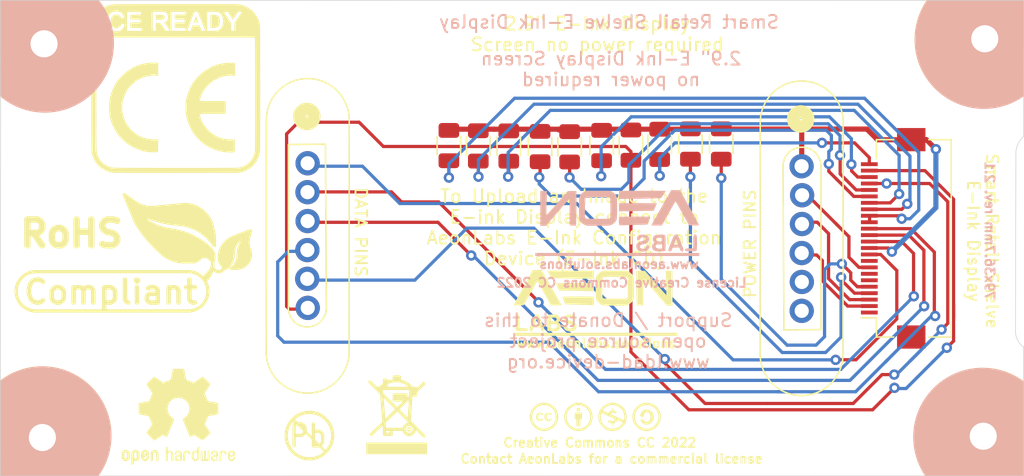
<source format=kicad_pcb>
(kicad_pcb (version 20211014) (generator pcbnew)
  (layers (0 "F.Cu" signal) (31 "B.Cu" signal) (34 "B.Paste" user) (35 "F.Paste" user) (36 "B.SilkS" user "B.Silkscreen") (37 "F.SilkS" user "F.Silkscreen") (38 "B.Mask" user) (39 "F.Mask" user) (44 "Edge.Cuts" user))
  (net 0 "")
  (net 1 "/PREVGH")
  (net 2 "/PREVGL")
  (net 3 "/VCOM")
  (net 4 "/GDR")
  (net 5 "/RESE")
  (net 6 "/SDI")
  (net 7 "/SCLK")
  (net 8 "/CS")
  (net 9 "/RES")
  (net 13 "Net-(FPC4-Pad1)")
  (net 14 "Net-(FPC5-Pad1)")
  (net 15 "Net-(FPC16-Pad1)")
  (net 16 "Net-(FPC17-Pad1)")
  (net 17 "Net-(FPC18-Pad1)")
  (net 18 "Net-(FPC19-Pad1)")
  (net 19 "Net-(FPC20-Pad1)")
  (net 20 "Net-(FPC22-Pad1)")
  (net 21 "/GND")
  (net 22 "/3V3")
  (footprint "AeonLabs Logo:aeonlabs pcb logo" (layer "F.Cu") (at 138.36 102.6)
    (fp_text reference "G***" hide)
    (fp_text value "LOGO" hide)
  )
  (footprint "MountingHole:MountingHole_2.1mm" (layer "F.Cu") (at 95.619865 82.53)
    (fp_text reference "H3" hide)
    (fp_text value "MountingHole" hide)
    (pad "" np_thru_hole circle locked (at 0 0) (size 2.1 2.1) (drill 2.1) (layers *.Cu *.Mask))
  )
  (footprint "AeonLabs:aeon creative commons logos" (layer "F.Cu") (at 138.3398 111.398532)
    (fp_text reference "G***" hide)
    (fp_text value "LOGO" hide)
  )
  (footprint "OLIMEX_LOGOs-FP:LOGO_PBFREE" (layer "F.Cu") (at 115.9868 112.58504 180)
    (fp_text reference "Sign-PbFree" hide)
    (fp_text value "")
    (fp_text user "Pb" (at -0.08636 -0.33528) (layer "F.SilkS") (effects (font (size 1.7 1.5) (thickness 0.254))))
  )
  (footprint "AeonLabs:pogo 6pin magnetic 1.1mm pin hole" (layer "F.Cu") (at 116.06 97.42 90)
    (fp_text reference "G***" hide)
    (fp_text value "LOGO" hide)
    (pad "1" thru_hole circle (at -5.58 0 180) (size 1.880956 1.880956) (drill 1.1) (layers *.Cu *.Mask))
    (pad "2" thru_hole circle (at -3.33 -0.04 180) (size 1.880956 1.880956) (drill 1.1) (layers *.Cu *.Mask))
    (pad "3" thru_hole circle (at -1.1 -0.03 180) (size 1.880956 1.880956) (drill 1.1) (layers *.Cu *.Mask))
    (pad "4" thru_hole circle (at 1.15 -0.01 180) (size 1.880956 1.880956) (drill 1.1) (layers *.Cu *.Mask))
    (pad "5" thru_hole circle (at 3.39 -0.02 180) (size 1.880956 1.880956) (drill 1.1) (layers *.Cu *.Mask))
    (pad "6" thru_hole circle (at 5.63 -0.01 180) (size 1.880956 1.880956) (drill 1.1) (layers *.Cu *.Mask))
  )
  (footprint "Capacitor_SMD:C_1206_3216MetricTrue" (layer "F.Cu") (at 141.11 90.39 90)
    (fp_text reference "FPC23" hide)
    (fp_text value "0.1uF")
    (pad "1" smd roundrect (at -1.17 0 90) (size 1.15 1.6) (layers "F.Cu" "F.Paste" "F.Mask") (roundrect_rratio 0.2173913043) (net 2 "/PREVGL"))
    (pad "2" smd roundrect (at 1.18 0 90) (size 1.15 1.6) (layers "F.Cu" "F.Paste" "F.Mask") (roundrect_rratio 0.2173913043) (net 21 "/GND"))
  )
  (footprint "Capacitor_SMD:C_1206_3216MetricTrue" (layer "F.Cu") (at 143.34 90.33 90)
    (fp_text reference "FPC24" hide)
    (fp_text value "0.1uF")
    (pad "1" smd roundrect (at -1.17 0 90) (size 1.15 1.6) (layers "F.Cu" "F.Paste" "F.Mask") (roundrect_rratio 0.2173913043) (net 3 "/VCOM"))
    (pad "2" smd roundrect (at 1.18 0 90) (size 1.15 1.6) (layers "F.Cu" "F.Paste" "F.Mask") (roundrect_rratio 0.2173913043) (net 21 "/GND"))
  )
  (footprint "Capacitor_SMD:C_1206_3216MetricTrue" (layer "F.Cu") (at 131.6425 90.46 90)
    (fp_text reference "FPC18" hide)
    (fp_text value "0.1uF")
    (pad "1" smd roundrect (at -1.17 0 90) (size 1.15 1.6) (layers "F.Cu" "F.Paste" "F.Mask") (roundrect_rratio 0.2173913043) (net 17 "Net-(FPC18-Pad1)"))
    (pad "2" smd roundrect (at 1.18 0 90) (size 1.15 1.6) (layers "F.Cu" "F.Paste" "F.Mask") (roundrect_rratio 0.2173913043) (net 21 "/GND"))
  )
  (footprint "Capacitor_SMD:C_1206_3216MetricTrue" (layer "F.Cu") (at 134.07 90.5 90)
    (fp_text reference "FPC19" hide)
    (fp_text value "0.1uF")
    (pad "1" smd roundrect (at -1.17 0 90) (size 1.15 1.6) (layers "F.Cu" "F.Paste" "F.Mask") (roundrect_rratio 0.2173913043) (net 18 "Net-(FPC19-Pad1)"))
    (pad "2" smd roundrect (at 1.18 0 90) (size 1.15 1.6) (layers "F.Cu" "F.Paste" "F.Mask") (roundrect_rratio 0.2173913043) (net 21 "/GND"))
  )
  (footprint "Capacitor_SMD:C_1206_3216MetricTrue" (layer "F.Cu") (at 129.28 90.45 90)
    (fp_text reference "FPC17" hide)
    (fp_text value "0.1uF")
    (pad "1" smd roundrect (at -1.17 0 90) (size 1.15 1.6) (layers "F.Cu" "F.Paste" "F.Mask") (roundrect_rratio 0.2173913043) (net 16 "Net-(FPC17-Pad1)"))
    (pad "2" smd roundrect (at 1.18 0 90) (size 1.15 1.6) (layers "F.Cu" "F.Paste" "F.Mask") (roundrect_rratio 0.2173913043) (net 21 "/GND"))
  )
  (footprint "Capacitor_SMD:C_1206_3216MetricTrue" (layer "F.Cu") (at 145.7225 90.305 90)
    (fp_text reference "FPC4" hide)
    (fp_text value "0.1uF")
    (pad "1" smd roundrect (at -1.17 0 90) (size 1.15 1.6) (layers "F.Cu" "F.Paste" "F.Mask") (roundrect_rratio 0.2173913043) (net 13 "Net-(FPC4-Pad1)"))
    (pad "2" smd roundrect (at 1.18 0 90) (size 1.15 1.6) (layers "F.Cu" "F.Paste" "F.Mask") (roundrect_rratio 0.2173913043) (net 21 "/GND"))
  )
  (footprint "AeonLabs:pogo 6pin magnetic 1.1mm pin hole" (layer "F.Cu") (at 154.34 97.6 -90)
    (fp_text reference "G***" hide)
    (fp_text value "LOGO" hide)
    (pad "1" thru_hole circle (at -5.58 0) (size 1.880956 1.880956) (drill 1.1) (layers *.Cu *.Mask))
    (pad "2" thru_hole circle (at -3.33 -0.04) (size 1.880956 1.880956) (drill 1.1) (layers *.Cu *.Mask))
    (pad "3" thru_hole circle (at -1.1 -0.03) (size 1.880956 1.880956) (drill 1.1) (layers *.Cu *.Mask))
    (pad "4" thru_hole circle (at 1.15 -0.01) (size 1.880956 1.880956) (drill 1.1) (layers *.Cu *.Mask))
    (pad "5" thru_hole circle (at 3.39 -0.02) (size 1.880956 1.880956) (drill 1.1) (layers *.Cu *.Mask))
    (pad "6" thru_hole circle (at 5.63 -0.01) (size 1.880956 1.880956) (drill 1.1) (layers *.Cu *.Mask))
  )
  (footprint "MountingHole:MountingHole_2.1mm" (layer "F.Cu") (at 168.54 82.14)
    (fp_text reference "H2" hide)
    (fp_text value "MountingHole" hide)
    (pad "" np_thru_hole circle locked (at 0 0) (size 2.1 2.1) (drill 2.1) (layers *.Cu *.Mask))
  )
  (footprint "Symbol:OSHW-Logo2_9.8x8mm_SilkScreen" (layer "F.Cu") (at 106.04 111.44)
    (fp_text reference "REF**" hide)
    (fp_text value "OSHW-Logo2_9.8x8mm_SilkScreen" hide)
  )
  (footprint "MountingHole:MountingHole_2.1mm" (layer "F.Cu") (at 168.42 112.95)
    (fp_text reference "H4" hide)
    (fp_text value "MountingHole" hide)
    (pad "" np_thru_hole circle locked (at 0 0) (size 2.1 2.1) (drill 2.1) (layers *.Cu *.Mask))
  )
  (footprint "Capacitor_SMD:C_1206_3216MetricTrue" (layer "F.Cu") (at 138.84 90.42 90)
    (fp_text reference "FPC22" hide)
    (fp_text value "0.1uF")
    (pad "1" smd roundrect (at -1.17 0 90) (size 1.15 1.6) (layers "F.Cu" "F.Paste" "F.Mask") (roundrect_rratio 0.2173913043) (net 20 "Net-(FPC22-Pad1)"))
    (pad "2" smd roundrect (at 1.18 0 90) (size 1.15 1.6) (layers "F.Cu" "F.Paste" "F.Mask") (roundrect_rratio 0.2173913043) (net 21 "/GND"))
  )
  (footprint "AeonLabs Logosy:CE Ready Certification" (layer "F.Cu") (at 105.82 85.99)
    (fp_text reference "G***" hide)
    (fp_text value "LOGO" hide)
  )
  (footprint "Capacitor_SMD:C_1206_3216MetricTrue" (layer "F.Cu") (at 136.36 90.52 90)
    (fp_text reference "FPC20" hide)
    (fp_text value "0.1uF")
    (pad "1" smd roundrect (at -1.17 0 90) (size 1.15 1.6) (layers "F.Cu" "F.Paste" "F.Mask") (roundrect_rratio 0.2173913043) (net 19 "Net-(FPC20-Pad1)"))
    (pad "2" smd roundrect (at 1.18 0 90) (size 1.15 1.6) (layers "F.Cu" "F.Paste" "F.Mask") (roundrect_rratio 0.2173913043) (net 21 "/GND"))
  )
  (footprint "Capacitor_SMD:C_1206_3216MetricTrue" (layer "F.Cu") (at 148.1125 90.305 90)
    (fp_text reference "FPC5" hide)
    (fp_text value "0.1uF")
    (pad "1" smd roundrect (at -1.17 0 90) (size 1.15 1.6) (layers "F.Cu" "F.Paste" "F.Mask") (roundrect_rratio 0.2173913043) (net 14 "Net-(FPC5-Pad1)"))
    (pad "2" smd roundrect (at 1.18 0 90) (size 1.15 1.6) (layers "F.Cu" "F.Paste" "F.Mask") (roundrect_rratio 0.2173913043) (net 21 "/GND"))
  )
  (footprint "OLIMEX_LOGOs-FP:LOGO_RECYCLEBIN_1" (layer "F.Cu") (at 120.6175 114.323)
    (fp_text reference "Sign-RecycleBin" hide)
    (fp_text value "" hide)
  )
  (footprint "OLIMEX_LOGOs-FP:LOGO_ROHS_1" (layer "F.Cu") (at 94.4755 102.6035)
    (fp_text reference "Sign-RoHS" hide)
    (fp_text value "" hide)
    (fp_text user "RoHS" (at 3.2845 -5.3535) (layer "F.SilkS") (effects (font (size 2 2) (thickness 0.5))))
    (fp_text user "Compliant" (at 6.3145 -0.8235) (layer "F.SilkS") (effects (font (size 1.778 1.778) (thickness 0.35))))
  )
  (footprint "Connector_FFC-FPC:Hirose_FH12-24S-0.5SH_1x24-1MP_P0.50mm_Horizontal" (layer "F.Cu") (at 161.44 97.61 90)
    (fp_text reference "J2" hide)
    (fp_text value "Conn_01x24_Female" hide)
    (pad "1" smd rect (at -5.75 -1.85 90) (size 0.3 1.3) (layers "F.Cu" "F.Paste" "F.Mask"))
    (pad "2" smd rect (at -5.25 -1.85 90) (size 0.3 1.3) (layers "F.Cu" "F.Paste" "F.Mask") (net 4 "/GDR"))
    (pad "3" smd rect (at -4.75 -1.85 90) (size 0.3 1.3) (layers "F.Cu" "F.Paste" "F.Mask") (net 5 "/RESE"))
    (pad "4" smd rect (at -4.25 -1.85 90) (size 0.3 1.3) (layers "F.Cu" "F.Paste" "F.Mask") (net 13 "Net-(FPC4-Pad1)"))
    (pad "5" smd rect (at -3.75 -1.85 90) (size 0.3 1.3) (layers "F.Cu" "F.Paste" "F.Mask") (net 14 "Net-(FPC5-Pad1)"))
    (pad "6" smd rect (at -3.25 -1.85 90) (size 0.3 1.3) (layers "F.Cu" "F.Paste" "F.Mask"))
    (pad "7" smd rect (at -2.75 -1.85 90) (size 0.3 1.3) (layers "F.Cu" "F.Paste" "F.Mask"))
    (pad "8" smd rect (at -2.25 -1.85 90) (size 0.3 1.3) (layers "F.Cu" "F.Paste" "F.Mask") (net 22 "/3V3"))
    (pad "9" smd rect (at -1.75 -1.85 90) (size 0.3 1.3) (layers "F.Cu" "F.Paste" "F.Mask"))
    (pad "10" smd rect (at -1.25 -1.85 90) (size 0.3 1.3) (layers "F.Cu" "F.Paste" "F.Mask") (net 9 "/RES"))
    (pad "11" smd rect (at -0.75 -1.85 90) (size 0.3 1.3) (layers "F.Cu" "F.Paste" "F.Mask") (net 21 "/GND"))
    (pad "12" smd rect (at -0.25 -1.85 90) (size 0.3 1.3) (layers "F.Cu" "F.Paste" "F.Mask") (net 8 "/CS"))
    (pad "13" smd rect (at 0.25 -1.85 90) (size 0.3 1.3) (layers "F.Cu" "F.Paste" "F.Mask") (net 7 "/SCLK"))
    (pad "14" smd rect (at 0.75 -1.85 90) (size 0.3 1.3) (layers "F.Cu" "F.Paste" "F.Mask") (net 6 "/SDI"))
    (pad "15" smd rect (at 1.25 -1.85 90) (size 0.3 1.3) (layers "F.Cu" "F.Paste" "F.Mask") (net 15 "Net-(FPC16-Pad1)"))
    (pad "16" smd rect (at 1.75 -1.85 90) (size 0.3 1.3) (layers "F.Cu" "F.Paste" "F.Mask") (net 15 "Net-(FPC16-Pad1)"))
    (pad "17" smd rect (at 2.25 -1.85 90) (size 0.3 1.3) (layers "F.Cu" "F.Paste" "F.Mask") (net 16 "Net-(FPC17-Pad1)"))
    (pad "18" smd rect (at 2.75 -1.85 90) (size 0.3 1.3) (layers "F.Cu" "F.Paste" "F.Mask") (net 17 "Net-(FPC18-Pad1)"))
    (pad "19" smd rect (at 3.25 -1.85 90) (size 0.3 1.3) (layers "F.Cu" "F.Paste" "F.Mask") (net 18 "Net-(FPC19-Pad1)"))
    (pad "20" smd rect (at 3.75 -1.85 90) (size 0.3 1.3) (layers "F.Cu" "F.Paste" "F.Mask") (net 19 "Net-(FPC20-Pad1)"))
    (pad "21" smd rect (at 4.25 -1.85 90) (size 0.3 1.3) (layers "F.Cu" "F.Paste" "F.Mask") (net 1 "/PREVGH"))
    (pad "22" smd rect (at 4.75 -1.85 90) (size 0.3 1.3) (layers "F.Cu" "F.Paste" "F.Mask") (net 20 "Net-(FPC22-Pad1)"))
    (pad "23" smd rect (at 5.25 -1.85 90) (size 0.3 1.3) (layers "F.Cu" "F.Paste" "F.Mask") (net 2 "/PREVGL"))
    (pad "24" smd rect (at 5.75 -1.85 90) (size 0.3 1.3) (layers "F.Cu" "F.Paste" "F.Mask") (net 3 "/VCOM"))
    (pad "MP" smd rect (at -7.65 1.4 90) (size 1.8 2.2) (layers "F.Cu" "F.Paste" "F.Mask"))
    (pad "MP" smd rect (at 7.65 1.4 90) (size 1.8 2.2) (layers "F.Cu" "F.Paste" "F.Mask"))
  )
  (footprint "MountingHole:MountingHole_2.1mm" (layer "F.Cu") (at 95.489865 113.05)
    (fp_text reference "H1" hide)
    (fp_text value "MountingHole" hide)
    (pad "" np_thru_hole circle locked (at 0 0) (size 2.1 2.1) (drill 2.1) (layers *.Cu *.Mask))
  )
  (footprint "Capacitor_SMD:C_1206_3216MetricTrue" (layer "F.Cu") (at 127 90.425 90)
    (fp_text reference "FPC16" hide)
    (fp_text value "0.1uF")
    (pad "1" smd roundrect (at -1.17 0 90) (size 1.15 1.6) (layers "F.Cu" "F.Paste" "F.Mask") (roundrect_rratio 0.2173913043) (net 15 "Net-(FPC16-Pad1)"))
    (pad "2" smd roundrect (at 1.18 0 90) (size 1.15 1.6) (layers "F.Cu" "F.Paste" "F.Mask") (roundrect_rratio 0.2173913043) (net 21 "/GND"))
  )
  (footprint "AeonLabs Logo:aeonlabs pcb logo" (layer "B.Cu") (at 140.06 96.41 180)
    (fp_text reference "G***" hide)
    (fp_text value "LOGO" hide)
  )
  (gr_circle (center 95.479865 112.9) (end 95.109865 112.89) (layer "B.SilkS") (width 5) (fill none))
  (gr_circle (center 95.669865 82.5) (end 95.299865 82.49) (layer "B.SilkS") (width 5) (fill none))
  (gr_circle (center 168.469865 82.21) (end 168.099865 82.2) (layer "B.SilkS") (width 5) (fill none))
  (gr_circle (center 168.36 113.01) (end 167.99 113) (layer "B.SilkS") (width 5) (fill none))
  (gr_circle (center 115.99 88.162814) (end 116.55 88.072814) (layer "F.SilkS") (width 1) (fill none))
  (gr_circle (center 95.650135 82.47) (end 96.020135 82.46) (layer "F.SilkS") (width 5) (fill none))
  (gr_circle (center 154.27 88.352814) (end 154.83 88.262814) (layer "F.SilkS") (width 1) (fill none))
  (gr_circle (center 168.46 82.189865) (end 168.83 82.179865) (layer "F.SilkS") (width 5) (fill none))
  (gr_circle (center 168.4 113.010135) (end 168.77 113.000135) (layer "F.SilkS") (width 5) (fill none))
  (gr_circle (center 95.48 112.889865) (end 95.85 112.879865) (layer "F.SilkS") (width 5) (fill none))
  (gr_line (start 92.26 79.16) (end 92.23 116.03) (layer "Edge.Cuts") (width 0.05))
  (gr_line (start 171.54 116.02) (end 171.54 106.035) (layer "Edge.Cuts") (width 0.05))
  (gr_line (start 171.57 79.17) (end 92.26 79.16) (layer "Edge.Cuts") (width 0.05))
  (gr_arc (start 171.54 106.035) (mid 171.078709 105.481949) (end 170.92 104.779478) (layer "Edge.Cuts") (width 0.05))
  (gr_line (start 170.92 104.779478) (end 170.95 90.955) (layer "Edge.Cuts") (width 0.05))
  (gr_line (start 171.54 89.715) (end 171.57 79.17) (layer "Edge.Cuts") (width 0.05))
  (gr_arc (start 170.95 90.955) (mid 171.124204 90.277524) (end 171.54 89.715) (layer "Edge.Cuts") (width 0.05))
  (gr_line (start 92.23 116.03) (end 171.54 116.02) (layer "Edge.Cuts") (width 0.05))
  (gr_text "www.aeonlabs.solutions" (at 140.19 99.61) (layer "B.SilkS") (effects (font (size 0.7 0.7)) (justify mirror)))
  (gr_text "License Creative Commons CC 2022" (at 140.39 101.05) (layer "B.SilkS") (effects (font (size 0.7 0.7)) (justify mirror)))
  (gr_text "Support / Donate to this\nopen source project\nwww.ldad-device.org" (at 139.35 105.57) (layer "B.SilkS") (effects (font (size 1 1)) (justify mirror)))
  (gr_text "2.9{dblquote} E-Ink Display Screen\nno power required" (at 139.57 84.49) (layer "B.SilkS") (effects (font (size 1 1)) (justify mirror)))
  (gr_text "79x36.7mm rev. 2.1" (at 168.91 102.48 -90) (layer "B.SilkS") (effects (font (size 0.7 0.7)) (justify left mirror)))
  (gr_text "Smart Retail Shelve E-Ink Display" (at 139.42 80.84) (layer "B.SilkS") (effects (font (size 1 1)) (justify mirror)))
  (gr_text "Creative Commons CC 2022" (at 138.7 113.45) (layer "F.SilkS") (effects (font (size 0.7 0.7))))
  (gr_text "www.aeonlabs.solutions" (at 132.15 105.75) (layer "F.SilkS") (effects (font (size 0.7 0.7)) (justify left)))
  (gr_text "POWER PINS" (at 150.34 98.03 90) (layer "F.SilkS") (effects (font (size 0.9 0.9))))
  (gr_text "2.9{dblquote} E-Ink Display\nScreen no power required" (at 138.5 81.78) (layer "F.SilkS") (effects (font (size 1 1))))
  (gr_text "Smart Retail Shelve\nE-Ink Display" (at 168.38 97.82 -90) (layer "F.SilkS") (effects (font (size 0.9 0.9))))
  (gr_text "To Upload an Image to the\nE-ink Display connect to\nAeonLabs E-Ink Configuration\nDevice (E-Ink CD)" (at 136.71 96.76) (layer "F.SilkS") (effects (font (size 1 1))))
  (gr_text "DATA PINS" (at 120.17 97.13 270) (layer "F.SilkS") (effects (font (size 0.9 0.9))))
  (gr_text "Contact AeonLabs for a commercial license" (at 139.61 114.7) (layer "F.SilkS") (effects (font (size 0.7 0.7))))
  (segment (start 165.67 94.77) (end 165.67 104.2) (width 0.25) (layer "F.Cu") (net 1))
  (segment (start 143.74 107.29) (end 143.74 106.97) (width 0.25) (layer "F.Cu") (net 1))
  (segment (start 146.86 110.41) (end 143.74 107.29) (width 0.25) (layer "F.Cu") (net 1))
  (segment (start 160.58 108.17) (end 161.52 108.17) (width 0.25) (layer "F.Cu") (net 1))
  (segment (start 151.64 110.41) (end 158.34 110.41) (width 0.25) (layer "F.Cu") (net 1))
  (segment (start 164.26 93.36) (end 165.67 94.77) (width 0.25) (layer "F.Cu") (net 1))
  (segment (start 159.49 93.36) (end 160.93 93.36) (width 0.25) (layer "F.Cu") (net 1))
  (segment (start 165.67 104.2) (end 165.19 104.68) (width 0.25) (layer "F.Cu") (net 1))
  (segment (start 151.64 110.41) (end 146.86 110.41) (width 0.25) (layer "F.Cu") (net 1))
  (segment (start 160.93 93.36) (end 164.26 93.36) (width 0.25) (layer "F.Cu") (net 1))
  (segment (start 158.34 110.41) (end 160.58 108.17) (width 0.25) (layer "F.Cu") (net 1))
  (via (at 161.52 108.17) (size 0.8) (drill 0.4) (layers "F.Cu" "B.Cu") (net 1))
  (via (at 165.19 104.68) (size 0.8) (drill 0.4) (layers "F.Cu" "B.Cu") (net 1))
  (via (at 143.74 106.97) (size 0.8) (drill 0.4) (layers "F.Cu" "B.Cu") (net 1))
  (via (at 160.93 93.36) (size 0.8) (drill 0.4) (layers "F.Cu" "B.Cu") (net 1))
  (segment (start 128.39 96.82) (end 124.362629 100.847371) (width 0.25) (layer "B.Cu") (net 1))
  (segment (start 124.362629 100.847371) (end 116.441402 100.847371) (width 0.25) (layer "B.Cu") (net 1))
  (segment (start 162.75 107.12) (end 163.575 106.295) (width 0.25) (layer "B.Cu") (net 1))
  (segment (start 133.59 96.82) (end 128.39 96.82) (width 0.25) (layer "B.Cu") (net 1))
  (segment (start 163.575 106.295) (end 165.19 104.68) (width 0.25) (layer "B.Cu") (net 1))
  (segment (start 143.74 106.97) (end 133.59 96.82) (width 0.25) (layer "B.Cu") (net 1))
  (segment (start 163.575 106.295) (end 161.7 108.17) (width 0.25) (layer "B.Cu") (net 1))
  (segment (start 161.7 108.17) (end 161.52 108.17) (width 0.25) (layer "B.Cu") (net 1))
  (segment (start 166.12 94.58) (end 163.9 92.36) (width 0.25) (layer "F.Cu") (net 2))
  (segment (start 166.12 102.79) (end 166.12 105.57) (width 0.25) (layer "F.Cu") (net 2))
  (segment (start 166.12 103.85) (end 166.12 102.79) (width 0.25) (layer "F.Cu") (net 2))
  (segment (start 141.11 91.56) (end 141.11 90.8875) (width 0.25) (layer "F.Cu") (net 2))
  (segment (start 114.627371 103.097371) (end 116.481402 103.097371) (width 0.25) (layer "F.Cu") (net 2))
  (segment (start 141.11 90.8875) (end 140.7125 90.49) (width 0.25) (layer "F.Cu") (net 2))
  (segment (start 114.42 102.89) (end 114.627371 103.097371) (width 0.25) (layer "F.Cu") (net 2))
  (segment (start 163.9 92.36) (end 159.59 92.36) (width 0.25) (layer "F.Cu") (net 2))
  (segment (start 166.12 105.57) (end 165.6 106.09) (width 0.25) (layer "F.Cu") (net 2))
  (segment (start 114.42 89.52) (end 114.42 102.89) (width 0.25) (layer "F.Cu") (net 2))
  (segment (start 141.11 106.41) (end 145.6 110.9) (width 0.25) (layer "F.Cu") (net 2))
  (segment (start 121.92 90.49) (end 120.04 88.61) (width 0.25) (layer "F.Cu") (net 2))
  (segment (start 159.84 110.9) (end 161.54 109.2) (width 0.25) (layer "F.Cu") (net 2))
  (segment (start 120.04 88.61) (end 115.33 88.61) (width 0.25) (layer "F.Cu") (net 2))
  (segment (start 141.11 91.56) (end 141.11 106.41) (width 0.25) (layer "F.Cu") (net 2))
  (segment (start 140.7125 90.49) (end 121.92 90.49) (width 0.25) (layer "F.Cu") (net 2))
  (segment (start 166.12 102.79) (end 166.12 94.58) (width 0.25) (layer "F.Cu") (net 2))
  (segment (start 145.6 110.9) (end 159.84 110.9) (width 0.25) (layer "F.Cu") (net 2))
  (segment (start 115.33 88.61) (end 114.42 89.52) (width 0.25) (layer "F.Cu") (net 2))
  (via (at 161.54 109.2) (size 0.8) (drill 0.4) (layers "F.Cu" "B.Cu") (net 2))
  (via (at 165.6 106.09) (size 0.8) (drill 0.4) (layers "F.Cu" "B.Cu") (net 2))
  (segment (start 165.6 106.09) (end 162.44 109.25) (width 0.25) (layer "B.Cu") (net 2))
  (segment (start 162.44 109.25) (end 161.56 109.25) (width 0.25) (layer "B.Cu") (net 2))
  (segment (start 159.59 91.86) (end 159.53 91.86) (width 0.25) (layer "F.Cu") (net 3))
  (segment (start 159.59 91.86) (end 159.59 91.35) (width 0.25) (layer "F.Cu") (net 3))
  (segment (start 158.45 90.21) (end 155.92 90.21) (width 0.25) (layer "F.Cu") (net 3))
  (segment (start 143.81 91.58) (end 143.81 91.8825) (width 0.25) (layer "F.Cu") (net 3))
  (segment (start 143.34 91.5) (end 143.34 92.7675) (width 0.25) (layer "F.Cu") (net 3))
  (segment (start 159.59 91.35) (end 158.45 90.21) (width 0.25) (layer "F.Cu") (net 3))
  (via (at 143.3425 92.76) (size 0.8) (drill 0.4) (layers "F.Cu" "B.Cu") (net 3))
  (via (at 155.92 90.21) (size 0.8) (drill 0.4) (layers "F.Cu" "B.Cu") (net 3))
  (segment (start 143.3425 91.3875) (end 143.3425 92.76) (width 0.25) (layer "B.Cu") (net 3))
  (segment (start 155.92 90.21) (end 144.52 90.21) (width 0.25) (layer "B.Cu") (net 3))
  (segment (start 144.52 90.21) (end 143.3425 91.3875) (width 0.25) (layer "B.Cu") (net 3))
  (segment (start 155.95 99.34) (end 155.95 100.9) (width 0.25) (layer "F.Cu") (net 4))
  (segment (start 155.51 98.9) (end 155.95 99.34) (width 0.25) (layer "F.Cu") (net 4))
  (segment (start 157.91 102.86) (end 159.49 102.86) (width 0.25) (layer "F.Cu") (net 4))
  (segment (start 154.35 98.9) (end 155.51 98.9) (width 0.25) (layer "F.Cu") (net 4))
  (segment (start 155.95 100.9) (end 157.91 102.86) (width 0.25) (layer "F.Cu") (net 4))
  (segment (start 155.55 96.36) (end 154.35 96.36) (width 0.25) (layer "F.Cu") (net 5))
  (segment (start 158.06 102.36) (end 159.59 102.36) (width 0.25) (layer "F.Cu") (net 5))
  (segment (start 158.06 102.36) (end 156.43 100.73) (width 0.25) (layer "F.Cu") (net 5))
  (segment (start 156.43 100.73) (end 156.43 97.24) (width 0.25) (layer "F.Cu") (net 5))
  (segment (start 156.43 97.24) (end 155.55 96.36) (width 0.25) (layer "F.Cu") (net 5))
  (segment (start 159.59 96.86) (end 162.81 96.86) (width 0.25) (layer "F.Cu") (net 6))
  (segment (start 164.63 103.57) (end 164.69 103.63) (width 0.25) (layer "F.Cu") (net 6))
  (segment (start 162.81 96.86) (end 164.63 98.68) (width 0.25) (layer "F.Cu") (net 6))
  (segment (start 164.63 98.68) (end 164.63 103.57) (width 0.25) (layer "F.Cu") (net 6))
  (via (at 164.69 103.63) (size 0.8) (drill 0.4) (layers "F.Cu" "B.Cu") (net 6))
  (segment (start 113.73 105.17) (end 114.22 105.66) (width 0.25) (layer "B.Cu") (net 6))
  (segment (start 113.73 99.44) (end 113.73 105.17) (width 0.25) (layer "B.Cu") (net 6))
  (segment (start 164.4 103.63) (end 164.69 103.63) (width 0.25) (layer "B.Cu") (net 6))
  (segment (start 114.22 105.66) (end 134.76 105.66) (width 0.25) (layer "B.Cu") (net 6))
  (segment (start 134.76 105.66) (end 138.6 109.5) (width 0.25) (layer "B.Cu") (net 6))
  (segment (start 158.53 109.5) (end 152.49 109.5) (width 0.25) (layer "B.Cu") (net 6))
  (segment (start 160.85 107.18) (end 164.4 103.63) (width 0.25) (layer "B.Cu") (net 6))
  (segment (start 138.6 109.5) (end 152.49 109.5) (width 0.25) (layer "B.Cu") (net 6))
  (segment (start 153.13 109.5) (end 152.49 109.5) (width 0.25) (layer "B.Cu") (net 6))
  (segment (start 161.03 107) (end 160.85 107.18) (width 0.25) (layer "B.Cu") (net 6))
  (segment (start 114.552629 98.617371) (end 113.73 99.44) (width 0.25) (layer "B.Cu") (net 6))
  (segment (start 116.451402 98.617371) (end 114.552629 98.617371) (width 0.25) (layer "B.Cu") (net 6))
  (segment (start 160.85 107.18) (end 158.53 109.5) (width 0.25) (layer "B.Cu") (net 6))
  (segment (start 159.59 97.36) (end 162.65 97.36) (width 0.25) (layer "F.Cu") (net 7))
  (segment (start 126.157371 96.367371) (end 116.471402 96.367371) (width 0.25) (layer "F.Cu") (net 7))
  (segment (start 128.73 98.94) (end 126.157371 96.367371) (width 0.25) (layer "F.Cu") (net 7))
  (segment (start 162.65 97.36) (end 163.82 98.53) (width 0.25) (layer "F.Cu") (net 7))
  (segment (start 163.82 102.85) (end 163.84 102.87) (width 0.25) (layer "F.Cu") (net 7))
  (segment (start 163.82 98.53) (end 163.82 102.85) (width 0.25) (layer "F.Cu") (net 7))
  (via (at 128.73 98.94) (size 0.8) (drill 0.4) (layers "F.Cu" "B.Cu") (net 7))
  (via (at 163.84 102.87) (size 0.8) (drill 0.4) (layers "F.Cu" "B.Cu") (net 7))
  (segment (start 128.77 98.83) (end 138.56 108.62) (width 0.25) (layer "B.Cu") (net 7))
  (segment (start 158.09 108.62) (end 163.84 102.87) (width 0.25) (layer "B.Cu") (net 7))
  (segment (start 138.56 108.62) (end 158.09 108.62) (width 0.25) (layer "B.Cu") (net 7))
  (segment (start 159.59 97.86) (end 162.1 97.86) (width 0.25) (layer "F.Cu") (net 8))
  (segment (start 163.02 102.08) (end 163.04 102.1) (width 0.25) (layer "F.Cu") (net 8))
  (segment (start 116.578773 94.01) (end 116.461402 94.127371) (width 0.25) (layer "F.Cu") (net 8))
  (segment (start 122.55 94.01) (end 116.578773 94.01) (width 0.25) (layer "F.Cu") (net 8))
  (segment (start 163.02 98.78) (end 163.02 102.08) (width 0.25) (layer "F.Cu") (net 8))
  (segment (start 162.1 97.86) (end 163.02 98.78) (width 0.25) (layer "F.Cu") (net 8))
  (segment (start 133.87 102.45) (end 126.21 94.79) (width 0.25) (layer "F.Cu") (net 8))
  (segment (start 126.21 94.79) (end 123.33 94.79) (width 0.25) (layer "F.Cu") (net 8))
  (segment (start 123.33 94.79) (end 122.55 94.01) (width 0.25) (layer "F.Cu") (net 8))
  (via (at 133.945 102.575) (size 0.8) (drill 0.4) (layers "F.Cu" "B.Cu") (net 8))
  (via (at 163.04 102.1) (size 0.8) (drill 0.4) (layers "F.Cu" "B.Cu") (net 8))
  (segment (start 139.14 107.77) (end 133.945 102.575) (width 0.25) (layer "B.Cu") (net 8))
  (segment (start 163.04 102.1) (end 157.37 107.77) (width 0.25) (layer "B.Cu") (net 8))
  (segment (start 157.37 107.77) (end 157.17 107.77) (width 0.25) (layer "B.Cu") (net 8))
  (segment (start 157.17 107.77) (end 139.14 107.77) (width 0.25) (layer "B.Cu") (net 8))
  (segment (start 161.72 103.86) (end 161.72 100.11) (width 0.25) (layer "F.Cu") (net 9))
  (segment (start 161.72 100.11) (end 160.47 98.86) (width 0.25) (layer "F.Cu") (net 9))
  (segment (start 158.56 107.02) (end 161.72 103.86) (width 0.25) (layer "F.Cu") (net 9))
  (segment (start 160.47 98.86) (end 159.59 98.86) (width 0.25) (layer "F.Cu") (net 9))
  (segment (start 158.56 107.02) (end 157.21 107.02) (width 0.25) (layer "F.Cu") (net 9))
  (via (at 156.98 107.03) (size 0.8) (drill 0.4) (layers "F.Cu" "B.Cu") (net 9))
  (segment (start 120.3 92.02) (end 116.28 92.02) (width 0.25) (layer "B.Cu") (net 9))
  (segment (start 123.19 94.91) (end 120.3 92.02) (width 0.25) (layer "B.Cu") (net 9))
  (segment (start 116.28 92.02) (end 116.05 91.79) (width 0.25) (layer "B.Cu") (net 9))
  (segment (start 149.03 107.03) (end 136.91 94.91) (width 0.25) (layer "B.Cu") (net 9))
  (segment (start 136.91 94.91) (end 123.19 94.91) (width 0.25) (layer "B.Cu") (net 9))
  (segment (start 156.98 107.03) (end 149.03 107.03) (width 0.25) (layer "B.Cu") (net 9))
  (segment (start 159.49 101.86) (end 158.44 101.86) (width 0.25) (layer "F.Cu") (net 13))
  (segment (start 158.44 101.86) (end 157.39 100.81) (width 0.25) (layer "F.Cu") (net 13))
  (segment (start 145.7225 91.475) (end 145.7225 92.84) (width 0.25) (layer "F.Cu") (net 13))
  (segment (start 145.8475 91.48) (end 146.1225 91.755) (width 0.25) (layer "F.Cu") (net 13))
  (via (at 157.4 100.63) (size 0.8) (drill 0.4) (layers "F.Cu" "B.Cu") (net 13))
  (via (at 145.7225 92.84) (size 0.8) (drill 0.4) (layers "F.Cu" "B.Cu") (net 13))
  (segment (start 157.4 105.26) (end 156.2 106.46) (width 0.25) (layer "B.Cu") (net 13))
  (segment (start 145.7225 96.2075) (end 145.7225 99.3425) (width 0.25) (layer "B.Cu") (net 13))
  (segment (start 145.7225 96.2075) (end 145.7225 92.84) (width 0.25) (layer "B.Cu") (net 13))
  (segment (start 152.84 106.46) (end 146.65 100.27) (width 0.25) (layer "B.Cu") (net 13))
  (segment (start 145.7225 99.3425) (end 146.65 100.27) (width 0.25) (layer "B.Cu") (net 13))
  (segment (start 157.4 100.63) (end 157.4 105.26) (width 0.25) (layer "B.Cu") (net 13))
  (segment (start 156.2 106.46) (end 152.84 106.46) (width 0.25) (layer "B.Cu") (net 13))
  (segment (start 148.31 92.7575) (end 148.3125 92.76) (width 0.25) (layer "F.Cu") (net 14))
  (segment (start 158.15 100.28) (end 157.46 99.59) (width 0.25) (layer "F.Cu") (net 14))
  (segment (start 158.15 100.85) (end 158.15 100.28) (width 0.25) (layer "F.Cu") (net 14))
  (segment (start 158.66 101.36) (end 158.15 100.85) (width 0.25) (layer "F.Cu") (net 14))
  (segment (start 159.59 101.36) (end 158.66 101.36) (width 0.25) (layer "F.Cu") (net 14))
  (segment (start 158.72 101.36) (end 159.49 101.36) (width 0.25) (layer "F.Cu") (net 14))
  (segment (start 148.1125 91.475) (end 148.1125 92.94) (width 0.25) (layer "F.Cu") (net 14))
  (via (at 157.46 99.59) (size 0.8) (drill 0.4) (layers "F.Cu" "B.Cu") (net 14))
  (via (at 148.1125 92.94) (size 0.8) (drill 0.4) (layers "F.Cu" "B.Cu") (net 14))
  (segment (start 157.46 99.59) (end 156.56 99.59) (width 0.25) (layer "B.Cu") (net 14))
  (segment (start 153.22 105.89) (end 148.53 101.2) (width 0.25) (layer "B.Cu") (net 14))
  (segment (start 155.46 105.89) (end 153.22 105.89) (width 0.25) (layer "B.Cu") (net 14))
  (segment (start 156.56 99.59) (end 156.12 100.03) (width 0.25) (layer "B.Cu") (net 14))
  (segment (start 156.12 100.03) (end 156.12 105.23) (width 0.25) (layer "B.Cu") (net 14))
  (segment (start 156.12 105.23) (end 155.46 105.89) (width 0.25) (layer "B.Cu") (net 14))
  (segment (start 148.1125 100.7825) (end 148.53 101.2) (width 0.25) (layer "B.Cu") (net 14))
  (segment (start 148.1125 92.94) (end 148.1125 100.7825) (width 0.25) (layer "B.Cu") (net 14))
  (segment (start 127 91.595) (end 127 92.8975) (width 0.25) (layer "F.Cu") (net 15))
  (segment (start 127 92.8975) (end 127.0025 92.9) (width 0.25) (layer "F.Cu") (net 15))
  (segment (start 161.87 95.86) (end 162.1 96.09) (width 0.25) (layer "F.Cu") (net 15))
  (segment (start 159.61 96.35) (end 159.61 95.85) (width 0.25) (layer "F.Cu") (net 15))
  (segment (start 159.59 95.86) (end 161.87 95.86) (width 0.25) (layer "F.Cu") (net 15))
  (via (at 127.0025 92.9) (size 0.8) (drill 0.4) (layers "F.Cu" "B.Cu") (net 15))
  (via (at 162.1 96.09) (size 0.8) (drill 0.4) (layers "F.Cu" "B.Cu") (net 15))
  (segment (start 132.0925 86.75) (end 127.0025 91.84) (width 0.25) (layer "B.Cu") (net 15))
  (segment (start 163.42 95.42) (end 163.42 90.95) (width 0.25) (layer "B.Cu") (net 15))
  (segment (start 159.22 86.75) (end 132.0925 86.75) (width 0.25) (layer "B.Cu") (net 15))
  (segment (start 127.0025 91.84) (end 127.0025 92.9) (width 0.25) (layer "B.Cu") (net 15))
  (segment (start 162.1 96.09) (end 162.75 96.09) (width 0.25) (layer "B.Cu") (net 15))
  (segment (start 163.42 90.95) (end 159.22 86.75) (width 0.25) (layer "B.Cu") (net 15))
  (segment (start 162.75 96.09) (end 163.42 95.42) (width 0.25) (layer "B.Cu") (net 15))
  (segment (start 159.59 95.36) (end 162.11 95.36) (width 0.25) (layer "F.Cu") (net 16))
  (segment (start 129.28 91.62) (end 129.28 92.8175) (width 0.25) (layer "F.Cu") (net 16))
  (segment (start 129.28 92.8175) (end 129.2925 92.83) (width 0.25) (layer "F.Cu") (net 16))
  (segment (start 162.11 95.36) (end 162.53 94.94) (width 0.25) (layer "F.Cu") (net 16))
  (via (at 129.2925 92.83) (size 0.8) (drill 0.4) (layers "F.Cu" "B.Cu") (net 16))
  (via (at 162.53 94.94) (size 0.8) (drill 0.4) (layers "F.Cu" "B.Cu") (net 16))
  (segment (start 162.74 91.24) (end 158.71 87.21) (width 0.25) (layer "B.Cu") (net 16))
  (segment (start 162.74 94.73) (end 162.74 91.24) (width 0.25) (layer "B.Cu") (net 16))
  (segment (start 129.2925 91.51) (end 129.2925 92.83) (width 0.25) (layer "B.Cu") (net 16))
  (segment (start 162.53 94.94) (end 162.74 94.73) (width 0.25) (layer "B.Cu") (net 16))
  (segment (start 133.5925 87.21) (end 129.2925 91.51) (width 0.25) (layer "B.Cu") (net 16))
  (segment (start 158.71 87.21) (end 133.5925 87.21) (width 0.25) (layer "B.Cu") (net 16))
  (segment (start 161.21 94.86) (end 161.9 94.17) (width 0.25) (layer "F.Cu") (net 17))
  (segment (start 159.59 94.86) (end 161.21 94.86) (width 0.25) (layer "F.Cu") (net 17))
  (segment (start 131.6425 91.63) (end 131.6425 92.78) (width 0.25) (layer "F.Cu") (net 17))
  (segment (start 131.6425 92.78) (end 131.5925 92.83) (width 0.25) (layer "F.Cu") (net 17))
  (via (at 161.9 94.17) (size 0.8) (drill 0.4) (layers "F.Cu" "B.Cu") (net 17))
  (via (at 131.5925 92.83) (size 0.8) (drill 0.4) (layers "F.Cu" "B.Cu") (net 17))
  (segment (start 161.9 94.17) (end 161.9 91.17) (width 0.25) (layer "B.Cu") (net 17))
  (segment (start 161.9 91.17) (end 158.42 87.69) (width 0.25) (layer "B.Cu") (net 17))
  (segment (start 158.42 87.69) (end 134.8625 87.69) (width 0.25) (layer "B.Cu") (net 17))
  (segment (start 134.8625 87.69) (end 131.5925 90.96) (width 0.25) (layer "B.Cu") (net 17))
  (segment (start 131.5925 90.96) (end 131.5925 92.83) (width 0.25) (layer "B.Cu") (net 17))
  (segment (start 134.07 91.67) (end 134.07 92.8125) (width 0.25) (layer "F.Cu") (net 18))
  (segment (start 156.45 92.42) (end 156.45 92.02) (width 0.25) (layer "F.Cu") (net 18))
  (segment (start 158.39 94.36) (end 156.45 92.42) (width 0.25) (layer "F.Cu") (net 18))
  (segment (start 159.59 94.36) (end 158.39 94.36) (width 0.25) (layer "F.Cu") (net 18))
  (segment (start 134.07 92.8125) (end 134.0025 92.88) (width 0.25) (layer "F.Cu") (net 18))
  (via (at 156.45 91.84) (size 0.8) (drill 0.4) (layers "F.Cu" "B.Cu") (net 18))
  (via (at 134.0025 92.88) (size 0.8) (drill 0.4) (layers "F.Cu" "B.Cu") (net 18))
  (segment (start 134.0025 93.4) (end 134.0025 92.88) (width 0.25) (layer "B.Cu") (net 18))
  (segment (start 140.7725 94.33) (end 134.9325 94.33) (width 0.25) (layer "B.Cu") (net 18))
  (segment (start 144.52 89.23) (end 142.1325 91.6175) (width 0.25) (layer "B.Cu") (net 18))
  (segment (start 142.1325 91.6175) (end 142.1325 91.7075) (width 0.25) (layer "B.Cu") (net 18))
  (segment (start 156.65 90.69) (end 156.65 89.63) (width 0.25) (layer "B.Cu") (net 18))
  (segment (start 134.9325 94.33) (end 134.0025 93.4) (width 0.25) (layer "B.Cu") (net 18))
  (segment (start 156.45 91.84) (end 156.45 90.89) (width 0.25) (layer "B.Cu") (net 18))
  (segment (start 156.65 89.63) (end 156.25 89.23) (width 0.25) (layer "B.Cu") (net 18))
  (segment (start 156.45 90.89) (end 156.65 90.69) (width 0.25) (layer "B.Cu") (net 18))
  (segment (start 142.1325 92.97) (end 140.7725 94.33) (width 0.25) (layer "B.Cu") (net 18))
  (segment (start 156.25 89.23) (end 144.52 89.23) (width 0.25) (layer "B.Cu") (net 18))
  (segment (start 142.1325 91.7075) (end 142.1325 92.97) (width 0.25) (layer "B.Cu") (net 18))
  (segment (start 157.33 92.62) (end 157.33 90.94) (width 0.25) (layer "F.Cu") (net 19))
  (segment (start 159.59 93.86) (end 158.57 93.86) (width 0.25) (layer "F.Cu") (net 19))
  (segment (start 158.57 93.86) (end 157.33 92.62) (width 0.25) (layer "F.Cu") (net 19))
  (segment (start 136.36 92.8825) (end 136.3525 92.89) (width 0.25) (layer "F.Cu") (net 19))
  (segment (start 136.36 91.69) (end 136.36 92.8825) (width 0.25) (layer "F.Cu") (net 19))
  (via (at 136.3525 92.89) (size 0.8) (drill 0.4) (layers "F.Cu" "B.Cu") (net 19))
  (via (at 157.32 91.17) (size 0.8) (drill 0.4) (layers "F.Cu" "B.Cu") (net 19))
  (segment (start 137.2725 93.81) (end 136.3525 92.89) (width 0.25) (layer "B.Cu") (net 19))
  (segment (start 140.3625 93.81) (end 137.2725 93.81) (width 0.25) (layer "B.Cu") (net 19))
  (segment (start 157.32 89.65) (end 156.4 88.73) (width 0.25) (layer "B.Cu") (net 19))
  (segment (start 140.9525 93.22) (end 140.3625 93.81) (width 0.25) (layer "B.Cu") (net 19))
  (segment (start 157.32 91.17) (end 157.32 89.65) (width 0.25) (layer "B.Cu") (net 19))
  (segment (start 156.4 88.73) (end 144.145 88.73) (width 0.25) (layer "B.Cu") (net 19))
  (segment (start 140.9525 91.9225) (end 140.9525 93.22) (width 0.25) (layer "B.Cu") (net 19))
  (segment (start 144.145 88.73) (end 140.9525 91.9225) (width 0.25) (layer "B.Cu") (net 19))
  (segment (start 138.84 91.59) (end 138.84 92.7525) (width 0.25) (layer "F.Cu") (net 20))
  (segment (start 138.84 92.7525) (end 138.8025 92.79) (width 0.25) (layer "F.Cu") (net 20))
  (segment (start 158.22 92.39) (end 158.22 91.65) (width 0.25) (layer "F.Cu") (net 20))
  (segment (start 158.69 92.86) (end 158.22 92.39) (width 0.25) (layer "F.Cu") (net 20))
  (segment (start 159.59 92.86) (end 158.69 92.86) (width 0.25) (layer "F.Cu") (net 20))
  (via (at 158.2 91.87) (size 0.8) (drill 0.4) (layers "F.Cu" "B.Cu") (net 20))
  (via (at 138.8025 92.79) (size 0.8) (drill 0.4) (layers "F.Cu" "B.Cu") (net 20))
  (segment (start 141.1325 88.19) (end 138.8025 90.52) (width 0.25) (layer "B.Cu") (net 20))
  (segment (start 138.8025 90.52) (end 138.8025 92.79) (width 0.25) (layer "B.Cu") (net 20))
  (segment (start 158.2 91.87) (end 158.2 89.89) (width 0.25) (layer "B.Cu") (net 20))
  (segment (start 158.2 89.89) (end 156.5 88.19) (width 0.25) (layer "B.Cu") (net 20))
  (segment (start 156.5 88.19) (end 141.1325 88.19) (width 0.25) (layer "B.Cu") (net 20))
  (segment (start 136.63 89.28) (end 135.5025 89.28) (width 0.25) (layer "F.Cu") (net 21))
  (segment (start 132.015 89.28) (end 131.97 89.235) (width 0.25) (layer "F.Cu") (net 21))
  (segment (start 162.83 89.97) (end 162.84 89.96) (width 0.4) (layer "F.Cu") (net 21))
  (segment (start 164.01 89.96) (end 164.75 90.7) (width 0.4) (layer "F.Cu") (net 21))
  (segment (start 159.49 98.36) (end 161.06 98.36) (width 0.25) (layer "F.Cu") (net 21))
  (segment (start 162.125 89.345) (end 162.74 89.96) (width 0.4) (layer "F.Cu") (net 21))
  (segment (start 159.4 89.14) (end 160.23 89.97) (width 0.4) (layer "F.Cu") (net 21))
  (segment (start 148.17 89.28) (end 148.31 89.14) (width 0.25) (layer "F.Cu") (net 21))
  (segment (start 130.465 89.15) (end 143.1325 89.15) (width 0.4) (layer "F.Cu") (net 21))
  (segment (start 154.35 91.28) (end 154.35 89.28) (width 0.4) (layer "F.Cu") (net 21))
  (segment (start 160.23 89.97) (end 162.83 89.97) (width 0.4) (layer "F.Cu") (net 21))
  (segment (start 151.055 89.2) (end 151.08 89.175) (width 0.25) (layer "F.Cu") (net 21))
  (segment (start 143.34 89.15) (end 148.0875 89.15) (width 0.4) (layer "F.Cu") (net 21))
  (segment (start 148.0875 89.15) (end 148.1125 89.125) (width 0.25) (layer "F.Cu") (net 21))
  (segment (start 130.54625 89.15) (end 127.05875 89.15) (width 0.4) (layer "F.Cu") (net 21))
  (segment (start 162.84 89.96) (end 164.01 89.96) (width 0.4) (layer "F.Cu") (net 21))
  (segment (start 161.06 98.36) (end 161.34 98.64) (width 0.25) (layer "F.Cu") (net 21))
  (segment (start 148.31 89.14) (end 159.4 89.14) (width 0.4) (layer "F.Cu") (net 21))
  (via (at 164.75 90.7) (size 0.8) (drill 0.4) (layers "F.Cu" "B.Cu") (net 21))
  (via (at 161.34 98.64) (size 0.8) (drill 0.4) (layers "F.Cu" "B.Cu") (net 21))
  (segment (start 161.97 98.01) (end 161.34 98.64) (width 0.4) (layer "B.Cu") (net 21))
  (segment (start 164.75 90.7) (end 164.75 95.23) (width 0.4) (layer "B.Cu") (net 21))
  (segment (start 164.75 95.23) (end 161.34 98.64) (width 0.4) (layer "B.Cu") (net 21))
  (segment (start 154.35 93.82) (end 157.015 96.485) (width 0.25) (layer "F.Cu") (net 22))
  (segment (start 157.015 96.485) (end 157.13 96.6) (width 0.25) (layer "F.Cu") (net 22))
  (segment (start 159.59 99.86) (end 158.79 99.86) (width 0.25) (layer "F.Cu") (net 22))
  (segment (start 158.79 99.86) (end 158.01 99.08) (width 0.25) (layer "F.Cu") (net 22))
  (segment (start 158.01 97.48) (end 157.015 96.485) (width 0.25) (layer "F.Cu") (net 22))
  (segment (start 158.01 99.08) (end 158.01 97.48) (width 0.25) (layer "F.Cu") (net 22))
)
</source>
